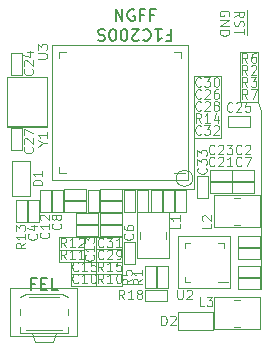
<source format=gbr>
%TF.GenerationSoftware,KiCad,Pcbnew,(5.1.6)-1*%
%TF.CreationDate,2020-09-21T21:17:43+08:00*%
%TF.ProjectId,f1c200s_core,66316332-3030-4735-9f63-6f72652e6b69,rev?*%
%TF.SameCoordinates,Original*%
%TF.FileFunction,Legend,Top*%
%TF.FilePolarity,Positive*%
%FSLAX46Y46*%
G04 Gerber Fmt 4.6, Leading zero omitted, Abs format (unit mm)*
G04 Created by KiCad (PCBNEW (5.1.6)-1) date 2020-09-21 21:17:43*
%MOMM*%
%LPD*%
G01*
G04 APERTURE LIST*
%ADD10C,0.120000*%
%ADD11C,0.150000*%
%ADD12C,0.100000*%
G04 APERTURE END LIST*
D10*
X110665000Y-49924285D02*
X110665000Y-50724285D01*
X109571095Y-50571904D02*
X109952047Y-50305238D01*
X109571095Y-50114761D02*
X110371095Y-50114761D01*
X110371095Y-50419523D01*
X110333000Y-50495714D01*
X110294904Y-50533809D01*
X110218714Y-50571904D01*
X110104428Y-50571904D01*
X110028238Y-50533809D01*
X109990142Y-50495714D01*
X109952047Y-50419523D01*
X109952047Y-50114761D01*
X110665000Y-50724285D02*
X110665000Y-51486190D01*
X109609190Y-50876666D02*
X109571095Y-50990952D01*
X109571095Y-51181428D01*
X109609190Y-51257619D01*
X109647285Y-51295714D01*
X109723476Y-51333809D01*
X109799666Y-51333809D01*
X109875857Y-51295714D01*
X109913952Y-51257619D01*
X109952047Y-51181428D01*
X109990142Y-51029047D01*
X110028238Y-50952857D01*
X110066333Y-50914761D01*
X110142523Y-50876666D01*
X110218714Y-50876666D01*
X110294904Y-50914761D01*
X110333000Y-50952857D01*
X110371095Y-51029047D01*
X110371095Y-51219523D01*
X110333000Y-51333809D01*
X110665000Y-51486190D02*
X110665000Y-52095714D01*
X110371095Y-51562380D02*
X110371095Y-52019523D01*
X109571095Y-51790952D02*
X110371095Y-51790952D01*
X109126500Y-50463976D02*
X109164595Y-50387785D01*
X109164595Y-50273500D01*
X109126500Y-50159214D01*
X109050309Y-50083023D01*
X108974119Y-50044928D01*
X108821738Y-50006833D01*
X108707452Y-50006833D01*
X108555071Y-50044928D01*
X108478880Y-50083023D01*
X108402690Y-50159214D01*
X108364595Y-50273500D01*
X108364595Y-50349690D01*
X108402690Y-50463976D01*
X108440785Y-50502071D01*
X108707452Y-50502071D01*
X108707452Y-50349690D01*
X108364595Y-50844928D02*
X109164595Y-50844928D01*
X108364595Y-51302071D01*
X109164595Y-51302071D01*
X108364595Y-51683023D02*
X109164595Y-51683023D01*
X109164595Y-51873500D01*
X109126500Y-51987785D01*
X109050309Y-52063976D01*
X108974119Y-52102071D01*
X108821738Y-52140166D01*
X108707452Y-52140166D01*
X108555071Y-52102071D01*
X108478880Y-52063976D01*
X108402690Y-51987785D01*
X108364595Y-51873500D01*
X108364595Y-51683023D01*
D11*
X103908095Y-52097428D02*
X104241428Y-52097428D01*
X104241428Y-51573619D02*
X104241428Y-52573619D01*
X103765238Y-52573619D01*
X102860476Y-51573619D02*
X103431904Y-51573619D01*
X103146190Y-51573619D02*
X103146190Y-52573619D01*
X103241428Y-52430761D01*
X103336666Y-52335523D01*
X103431904Y-52287904D01*
X101860476Y-51668857D02*
X101908095Y-51621238D01*
X102050952Y-51573619D01*
X102146190Y-51573619D01*
X102289047Y-51621238D01*
X102384285Y-51716476D01*
X102431904Y-51811714D01*
X102479523Y-52002190D01*
X102479523Y-52145047D01*
X102431904Y-52335523D01*
X102384285Y-52430761D01*
X102289047Y-52526000D01*
X102146190Y-52573619D01*
X102050952Y-52573619D01*
X101908095Y-52526000D01*
X101860476Y-52478380D01*
X101479523Y-52478380D02*
X101431904Y-52526000D01*
X101336666Y-52573619D01*
X101098571Y-52573619D01*
X101003333Y-52526000D01*
X100955714Y-52478380D01*
X100908095Y-52383142D01*
X100908095Y-52287904D01*
X100955714Y-52145047D01*
X101527142Y-51573619D01*
X100908095Y-51573619D01*
X100289047Y-52573619D02*
X100193809Y-52573619D01*
X100098571Y-52526000D01*
X100050952Y-52478380D01*
X100003333Y-52383142D01*
X99955714Y-52192666D01*
X99955714Y-51954571D01*
X100003333Y-51764095D01*
X100050952Y-51668857D01*
X100098571Y-51621238D01*
X100193809Y-51573619D01*
X100289047Y-51573619D01*
X100384285Y-51621238D01*
X100431904Y-51668857D01*
X100479523Y-51764095D01*
X100527142Y-51954571D01*
X100527142Y-52192666D01*
X100479523Y-52383142D01*
X100431904Y-52478380D01*
X100384285Y-52526000D01*
X100289047Y-52573619D01*
X99336666Y-52573619D02*
X99241428Y-52573619D01*
X99146190Y-52526000D01*
X99098571Y-52478380D01*
X99050952Y-52383142D01*
X99003333Y-52192666D01*
X99003333Y-51954571D01*
X99050952Y-51764095D01*
X99098571Y-51668857D01*
X99146190Y-51621238D01*
X99241428Y-51573619D01*
X99336666Y-51573619D01*
X99431904Y-51621238D01*
X99479523Y-51668857D01*
X99527142Y-51764095D01*
X99574761Y-51954571D01*
X99574761Y-52192666D01*
X99527142Y-52383142D01*
X99479523Y-52478380D01*
X99431904Y-52526000D01*
X99336666Y-52573619D01*
X98622380Y-51621238D02*
X98479523Y-51573619D01*
X98241428Y-51573619D01*
X98146190Y-51621238D01*
X98098571Y-51668857D01*
X98050952Y-51764095D01*
X98050952Y-51859333D01*
X98098571Y-51954571D01*
X98146190Y-52002190D01*
X98241428Y-52049809D01*
X98431904Y-52097428D01*
X98527142Y-52145047D01*
X98574761Y-52192666D01*
X98622380Y-52287904D01*
X98622380Y-52383142D01*
X98574761Y-52478380D01*
X98527142Y-52526000D01*
X98431904Y-52573619D01*
X98193809Y-52573619D01*
X98050952Y-52526000D01*
D10*
X106123000Y-65107000D02*
X106123000Y-60789000D01*
X105615000Y-65107000D02*
X106123000Y-65107000D01*
X108409000Y-60789000D02*
X108409000Y-60662000D01*
X106123000Y-60789000D02*
X108409000Y-60789000D01*
X106123000Y-55582000D02*
X106123000Y-60789000D01*
X108409000Y-55582000D02*
X106123000Y-55582000D01*
X108409000Y-55709000D02*
X108409000Y-55582000D01*
X110060000Y-53550000D02*
X111584000Y-53550000D01*
X110060000Y-57741000D02*
X110060000Y-53550000D01*
X111584000Y-57741000D02*
X110060000Y-57741000D01*
X111584000Y-57741000D02*
X111584000Y-53550000D01*
X111838000Y-58503000D02*
X111584000Y-57741000D01*
X111838000Y-73616000D02*
X111838000Y-58503000D01*
X108409000Y-60662000D02*
X108409000Y-55709000D01*
X100154000Y-65107000D02*
X105615000Y-65107000D01*
X100027000Y-70187000D02*
X97868000Y-70187000D01*
X97868000Y-72346000D02*
X100027000Y-72346000D01*
X95709000Y-72346000D02*
X97868000Y-72346000D01*
X94693000Y-70314000D02*
X96852000Y-70314000D01*
X94693000Y-69171000D02*
X96852000Y-69171000D01*
X94693000Y-71330000D02*
X94693000Y-69171000D01*
X95709000Y-71330000D02*
X94693000Y-71330000D01*
X96852000Y-69171000D02*
X96852000Y-71330000D01*
X97868000Y-69171000D02*
X96852000Y-69171000D01*
X97868000Y-71330000D02*
X100027000Y-71330000D01*
X95709000Y-71330000D02*
X97868000Y-71330000D01*
X95709000Y-73362000D02*
X95709000Y-71330000D01*
X97868000Y-73362000D02*
X95709000Y-73362000D01*
X97868000Y-73362000D02*
X100027000Y-73362000D01*
X97868000Y-69171000D02*
X97868000Y-73362000D01*
X100027000Y-69171000D02*
X97868000Y-69171000D01*
X100027000Y-73362000D02*
X100027000Y-69171000D01*
%TO.C,TP2*%
X106061000Y-64218000D02*
G75*
G03*
X106061000Y-64218000I-700000J0D01*
G01*
D12*
%TO.C,R18*%
X102018000Y-73654000D02*
X103878000Y-73654000D01*
X102018000Y-74594000D02*
X102018000Y-73654000D01*
X103878000Y-74594000D02*
X102018000Y-74594000D01*
X103878000Y-73654000D02*
X103878000Y-74594000D01*
%TO.C,D2*%
X104770000Y-75553000D02*
X107730000Y-75553000D01*
X104770000Y-77013000D02*
X104770000Y-75553000D01*
X107730000Y-77013000D02*
X104770000Y-77013000D01*
X107730000Y-75553000D02*
X107730000Y-77013000D01*
D10*
X107735000Y-75548000D02*
X105450000Y-75548000D01*
X107735000Y-77018000D02*
X107735000Y-75548000D01*
X105450000Y-77018000D02*
X107735000Y-77018000D01*
D12*
%TO.C,D1*%
X90788000Y-65698000D02*
X90788000Y-62738000D01*
X92248000Y-65698000D02*
X90788000Y-65698000D01*
X92248000Y-62738000D02*
X92248000Y-65698000D01*
X90788000Y-62738000D02*
X92248000Y-62738000D01*
D10*
X90783000Y-62733000D02*
X90783000Y-65018000D01*
X92253000Y-62733000D02*
X90783000Y-62733000D01*
X92253000Y-65018000D02*
X92253000Y-62733000D01*
%TO.C,SW1*%
X91899000Y-73997000D02*
X94947000Y-73997000D01*
X95455000Y-75267000D02*
X95455000Y-75775000D01*
X91391000Y-75775000D02*
X91391000Y-75267000D01*
D12*
X96273000Y-73489000D02*
X96273000Y-77553000D01*
X96273000Y-77553000D02*
X90573000Y-77553000D01*
X90573000Y-77553000D02*
X90573000Y-73489000D01*
X90573000Y-73489000D02*
X96273000Y-73489000D01*
D10*
X92407000Y-77299000D02*
X92661000Y-78061000D01*
X92661000Y-78061000D02*
X94185000Y-78061000D01*
X94185000Y-78061000D02*
X94439000Y-77299000D01*
X94439000Y-77299000D02*
X95455000Y-77299000D01*
X92407000Y-77299000D02*
X91391000Y-77299000D01*
X91391000Y-77299000D02*
X91391000Y-76791000D01*
X91899000Y-77045000D02*
X94947000Y-77045000D01*
X95455000Y-76791000D02*
X95455000Y-77299000D01*
X91391000Y-74251000D02*
X91899000Y-73997000D01*
X95455000Y-74251000D02*
X94947000Y-73997000D01*
X92153000Y-74251000D02*
X94693000Y-74251000D01*
X92407000Y-77299000D02*
X94439000Y-77299000D01*
%TO.C,Y1*%
X90376000Y-59741000D02*
X93676000Y-59741000D01*
X93676000Y-59741000D02*
X93676000Y-55741000D01*
D12*
X90326000Y-59841000D02*
X93726000Y-59841000D01*
X93726000Y-59841000D02*
X93726000Y-55641000D01*
X93726000Y-55641000D02*
X90326000Y-55641000D01*
X90326000Y-55641000D02*
X90326000Y-59841000D01*
D10*
%TO.C,U3*%
X95300000Y-63780000D02*
X94750000Y-63780000D01*
X94750000Y-63780000D02*
X94750000Y-63230000D01*
X95300000Y-53480000D02*
X94750000Y-53480000D01*
X94750000Y-53480000D02*
X94750000Y-54030000D01*
X104500000Y-53480000D02*
X105050000Y-53480000D01*
X105050000Y-53480000D02*
X105050000Y-54030000D01*
X104500000Y-63780000D02*
X105400000Y-63780000D01*
D12*
X105650000Y-64380000D02*
X94150000Y-64380000D01*
X94150000Y-64380000D02*
X94150000Y-52880000D01*
X94150000Y-52880000D02*
X105650000Y-52880000D01*
X105650000Y-52880000D02*
X105650000Y-64380000D01*
%TO.C,U2*%
X109212000Y-69130000D02*
X109212000Y-73530000D01*
X104812000Y-69130000D02*
X109212000Y-69130000D01*
X104812000Y-73530000D02*
X104812000Y-69130000D01*
X109212000Y-73530000D02*
X104812000Y-73530000D01*
D10*
X108212000Y-72980000D02*
X109012000Y-72980000D01*
X108662000Y-69680000D02*
X108662000Y-70130000D01*
X108212000Y-69680000D02*
X108662000Y-69680000D01*
X105362000Y-69680000D02*
X105362000Y-70130000D01*
X105812000Y-69680000D02*
X105362000Y-69680000D01*
X105362000Y-72980000D02*
X105362000Y-72530000D01*
X105812000Y-72980000D02*
X105362000Y-72980000D01*
D12*
%TO.C,R15*%
X98208000Y-68117000D02*
X98208000Y-67177000D01*
X98208000Y-67177000D02*
X100068000Y-67177000D01*
X100068000Y-67177000D02*
X100068000Y-68117000D01*
X100068000Y-68117000D02*
X98208000Y-68117000D01*
%TO.C,R14*%
X103494000Y-65193000D02*
X104434000Y-65193000D01*
X104434000Y-65193000D02*
X104434000Y-67053000D01*
X104434000Y-67053000D02*
X103494000Y-67053000D01*
X103494000Y-67053000D02*
X103494000Y-65193000D01*
%TO.C,R13*%
X91048000Y-66082000D02*
X91988000Y-66082000D01*
X91988000Y-66082000D02*
X91988000Y-67942000D01*
X91988000Y-67942000D02*
X91048000Y-67942000D01*
X91048000Y-67942000D02*
X91048000Y-66082000D01*
%TO.C,R12*%
X95160000Y-66085000D02*
X95160000Y-65145000D01*
X95160000Y-65145000D02*
X97020000Y-65145000D01*
X97020000Y-65145000D02*
X97020000Y-66085000D01*
X97020000Y-66085000D02*
X95160000Y-66085000D01*
%TO.C,R11*%
X97020000Y-66161000D02*
X97020000Y-67101000D01*
X97020000Y-67101000D02*
X95160000Y-67101000D01*
X95160000Y-67101000D02*
X95160000Y-66161000D01*
X95160000Y-66161000D02*
X97020000Y-66161000D01*
%TO.C,R10*%
X98208000Y-69133000D02*
X98208000Y-68193000D01*
X98208000Y-68193000D02*
X100068000Y-68193000D01*
X100068000Y-68193000D02*
X100068000Y-69133000D01*
X100068000Y-69133000D02*
X98208000Y-69133000D01*
%TO.C,R7*%
X109892000Y-73578000D02*
X109892000Y-72638000D01*
X109892000Y-72638000D02*
X111752000Y-72638000D01*
X111752000Y-72638000D02*
X111752000Y-73578000D01*
X111752000Y-73578000D02*
X109892000Y-73578000D01*
%TO.C,R6*%
X109892000Y-70022000D02*
X109892000Y-69082000D01*
X109892000Y-69082000D02*
X111752000Y-69082000D01*
X111752000Y-69082000D02*
X111752000Y-70022000D01*
X111752000Y-70022000D02*
X109892000Y-70022000D01*
%TO.C,R5*%
X101970000Y-71670000D02*
X102910000Y-71670000D01*
X102910000Y-71670000D02*
X102910000Y-73530000D01*
X102910000Y-73530000D02*
X101970000Y-73530000D01*
X101970000Y-73530000D02*
X101970000Y-71670000D01*
%TO.C,R3*%
X111752000Y-71622000D02*
X111752000Y-72562000D01*
X111752000Y-72562000D02*
X109892000Y-72562000D01*
X109892000Y-72562000D02*
X109892000Y-71622000D01*
X109892000Y-71622000D02*
X111752000Y-71622000D01*
%TO.C,R2*%
X111752000Y-70098000D02*
X111752000Y-71038000D01*
X111752000Y-71038000D02*
X109892000Y-71038000D01*
X109892000Y-71038000D02*
X109892000Y-70098000D01*
X109892000Y-70098000D02*
X111752000Y-70098000D01*
%TO.C,R1*%
X103926000Y-73530000D02*
X102986000Y-73530000D01*
X102986000Y-73530000D02*
X102986000Y-71670000D01*
X102986000Y-71670000D02*
X103926000Y-71670000D01*
X103926000Y-71670000D02*
X103926000Y-73530000D01*
D10*
%TO.C,L3*%
X110067252Y-76758000D02*
X109544748Y-76758000D01*
X110067252Y-74538000D02*
X109544748Y-74538000D01*
D12*
X111756000Y-74298000D02*
X111756000Y-76998000D01*
X111756000Y-76998000D02*
X107856000Y-76998000D01*
X107856000Y-76998000D02*
X107856000Y-74298000D01*
X107856000Y-74298000D02*
X111756000Y-74298000D01*
D10*
%TO.C,L2*%
X110067252Y-68122000D02*
X109544748Y-68122000D01*
X110067252Y-65902000D02*
X109544748Y-65902000D01*
D12*
X111756000Y-65662000D02*
X111756000Y-68362000D01*
X111756000Y-68362000D02*
X107856000Y-68362000D01*
X107856000Y-68362000D02*
X107856000Y-65662000D01*
X107856000Y-65662000D02*
X111756000Y-65662000D01*
D10*
%TO.C,L1*%
X101584000Y-69305252D02*
X101584000Y-68782748D01*
X103804000Y-69305252D02*
X103804000Y-68782748D01*
D12*
X104044000Y-70994000D02*
X101344000Y-70994000D01*
X101344000Y-70994000D02*
X101344000Y-67094000D01*
X101344000Y-67094000D02*
X104044000Y-67094000D01*
X104044000Y-67094000D02*
X104044000Y-70994000D01*
%TO.C,C33*%
X106415000Y-64050000D02*
X107355000Y-64050000D01*
X107355000Y-64050000D02*
X107355000Y-65910000D01*
X107355000Y-65910000D02*
X106415000Y-65910000D01*
X106415000Y-65910000D02*
X106415000Y-64050000D01*
%TO.C,C32*%
X104510000Y-65193000D02*
X105450000Y-65193000D01*
X105450000Y-65193000D02*
X105450000Y-67053000D01*
X105450000Y-67053000D02*
X104510000Y-67053000D01*
X104510000Y-67053000D02*
X104510000Y-65193000D01*
%TO.C,C31*%
X100068000Y-65145000D02*
X100068000Y-66085000D01*
X100068000Y-66085000D02*
X98208000Y-66085000D01*
X98208000Y-66085000D02*
X98208000Y-65145000D01*
X98208000Y-65145000D02*
X100068000Y-65145000D01*
%TO.C,C30*%
X100192000Y-65193000D02*
X101132000Y-65193000D01*
X101132000Y-65193000D02*
X101132000Y-67053000D01*
X101132000Y-67053000D02*
X100192000Y-67053000D01*
X100192000Y-67053000D02*
X100192000Y-65193000D01*
%TO.C,C29*%
X100068000Y-66161000D02*
X100068000Y-67101000D01*
X100068000Y-67101000D02*
X98208000Y-67101000D01*
X98208000Y-67101000D02*
X98208000Y-66161000D01*
X98208000Y-66161000D02*
X100068000Y-66161000D01*
%TO.C,C28*%
X102478000Y-65193000D02*
X103418000Y-65193000D01*
X103418000Y-65193000D02*
X103418000Y-67053000D01*
X103418000Y-67053000D02*
X102478000Y-67053000D01*
X102478000Y-67053000D02*
X102478000Y-65193000D01*
%TO.C,C27*%
X91607000Y-61846000D02*
X90667000Y-61846000D01*
X90667000Y-61846000D02*
X90667000Y-59986000D01*
X90667000Y-59986000D02*
X91607000Y-59986000D01*
X91607000Y-59986000D02*
X91607000Y-61846000D01*
%TO.C,C26*%
X101335000Y-65193000D02*
X102275000Y-65193000D01*
X102275000Y-65193000D02*
X102275000Y-67053000D01*
X102275000Y-67053000D02*
X101335000Y-67053000D01*
X101335000Y-67053000D02*
X101335000Y-65193000D01*
%TO.C,C25*%
X109003000Y-59862000D02*
X109003000Y-58922000D01*
X109003000Y-58922000D02*
X110863000Y-58922000D01*
X110863000Y-58922000D02*
X110863000Y-59862000D01*
X110863000Y-59862000D02*
X109003000Y-59862000D01*
%TO.C,C24*%
X91607000Y-55496000D02*
X90667000Y-55496000D01*
X90667000Y-55496000D02*
X90667000Y-53636000D01*
X90667000Y-53636000D02*
X91607000Y-53636000D01*
X91607000Y-53636000D02*
X91607000Y-55496000D01*
%TO.C,C23*%
X107479000Y-64434000D02*
X107479000Y-63494000D01*
X107479000Y-63494000D02*
X109339000Y-63494000D01*
X109339000Y-63494000D02*
X109339000Y-64434000D01*
X109339000Y-64434000D02*
X107479000Y-64434000D01*
%TO.C,C21*%
X107479000Y-65450000D02*
X107479000Y-64510000D01*
X107479000Y-64510000D02*
X109339000Y-64510000D01*
X109339000Y-64510000D02*
X109339000Y-65450000D01*
X109339000Y-65450000D02*
X107479000Y-65450000D01*
%TO.C,C15*%
X96176000Y-68117000D02*
X96176000Y-67177000D01*
X96176000Y-67177000D02*
X98036000Y-67177000D01*
X98036000Y-67177000D02*
X98036000Y-68117000D01*
X98036000Y-68117000D02*
X96176000Y-68117000D01*
%TO.C,C13*%
X97144000Y-65193000D02*
X98084000Y-65193000D01*
X98084000Y-65193000D02*
X98084000Y-67053000D01*
X98084000Y-67053000D02*
X97144000Y-67053000D01*
X97144000Y-67053000D02*
X97144000Y-65193000D01*
%TO.C,C12*%
X93080000Y-65193000D02*
X94020000Y-65193000D01*
X94020000Y-65193000D02*
X94020000Y-67053000D01*
X94020000Y-67053000D02*
X93080000Y-67053000D01*
X93080000Y-67053000D02*
X93080000Y-65193000D01*
%TO.C,C10*%
X96176000Y-69133000D02*
X96176000Y-68193000D01*
X96176000Y-68193000D02*
X98036000Y-68193000D01*
X98036000Y-68193000D02*
X98036000Y-69133000D01*
X98036000Y-69133000D02*
X96176000Y-69133000D01*
%TO.C,C8*%
X94096000Y-65193000D02*
X95036000Y-65193000D01*
X95036000Y-65193000D02*
X95036000Y-67053000D01*
X95036000Y-67053000D02*
X94096000Y-67053000D01*
X94096000Y-67053000D02*
X94096000Y-65193000D01*
%TO.C,C7*%
X111244000Y-64510000D02*
X111244000Y-65450000D01*
X111244000Y-65450000D02*
X109384000Y-65450000D01*
X109384000Y-65450000D02*
X109384000Y-64510000D01*
X109384000Y-64510000D02*
X111244000Y-64510000D01*
%TO.C,C6*%
X100192000Y-69638000D02*
X101132000Y-69638000D01*
X101132000Y-69638000D02*
X101132000Y-71498000D01*
X101132000Y-71498000D02*
X100192000Y-71498000D01*
X100192000Y-71498000D02*
X100192000Y-69638000D01*
%TO.C,C4*%
X93004000Y-67942000D02*
X92064000Y-67942000D01*
X92064000Y-67942000D02*
X92064000Y-66082000D01*
X92064000Y-66082000D02*
X93004000Y-66082000D01*
X93004000Y-66082000D02*
X93004000Y-67942000D01*
%TO.C,C2*%
X109384000Y-64434000D02*
X109384000Y-63494000D01*
X109384000Y-63494000D02*
X111244000Y-63494000D01*
X111244000Y-63494000D02*
X111244000Y-64434000D01*
X111244000Y-64434000D02*
X109384000Y-64434000D01*
%TO.C,NGFF*%
D11*
X99527142Y-50890880D02*
X99527142Y-49890880D01*
X100098571Y-50890880D01*
X100098571Y-49890880D01*
X101098571Y-49938500D02*
X101003333Y-49890880D01*
X100860476Y-49890880D01*
X100717619Y-49938500D01*
X100622380Y-50033738D01*
X100574761Y-50128976D01*
X100527142Y-50319452D01*
X100527142Y-50462309D01*
X100574761Y-50652785D01*
X100622380Y-50748023D01*
X100717619Y-50843261D01*
X100860476Y-50890880D01*
X100955714Y-50890880D01*
X101098571Y-50843261D01*
X101146190Y-50795642D01*
X101146190Y-50462309D01*
X100955714Y-50462309D01*
X101908095Y-50367071D02*
X101574761Y-50367071D01*
X101574761Y-50890880D02*
X101574761Y-49890880D01*
X102050952Y-49890880D01*
X102765238Y-50367071D02*
X102431904Y-50367071D01*
X102431904Y-50890880D02*
X102431904Y-49890880D01*
X102908095Y-49890880D01*
%TO.C,R18*%
D10*
X100255714Y-74431904D02*
X99989047Y-74050952D01*
X99798571Y-74431904D02*
X99798571Y-73631904D01*
X100103333Y-73631904D01*
X100179523Y-73670000D01*
X100217619Y-73708095D01*
X100255714Y-73784285D01*
X100255714Y-73898571D01*
X100217619Y-73974761D01*
X100179523Y-74012857D01*
X100103333Y-74050952D01*
X99798571Y-74050952D01*
X101017619Y-74431904D02*
X100560476Y-74431904D01*
X100789047Y-74431904D02*
X100789047Y-73631904D01*
X100712857Y-73746190D01*
X100636666Y-73822380D01*
X100560476Y-73860476D01*
X101474761Y-73974761D02*
X101398571Y-73936666D01*
X101360476Y-73898571D01*
X101322380Y-73822380D01*
X101322380Y-73784285D01*
X101360476Y-73708095D01*
X101398571Y-73670000D01*
X101474761Y-73631904D01*
X101627142Y-73631904D01*
X101703333Y-73670000D01*
X101741428Y-73708095D01*
X101779523Y-73784285D01*
X101779523Y-73822380D01*
X101741428Y-73898571D01*
X101703333Y-73936666D01*
X101627142Y-73974761D01*
X101474761Y-73974761D01*
X101398571Y-74012857D01*
X101360476Y-74050952D01*
X101322380Y-74127142D01*
X101322380Y-74279523D01*
X101360476Y-74355714D01*
X101398571Y-74393809D01*
X101474761Y-74431904D01*
X101627142Y-74431904D01*
X101703333Y-74393809D01*
X101741428Y-74355714D01*
X101779523Y-74279523D01*
X101779523Y-74127142D01*
X101741428Y-74050952D01*
X101703333Y-74012857D01*
X101627142Y-73974761D01*
%TO.C,D2*%
X103379523Y-76631904D02*
X103379523Y-75831904D01*
X103570000Y-75831904D01*
X103684285Y-75870000D01*
X103760476Y-75946190D01*
X103798571Y-76022380D01*
X103836666Y-76174761D01*
X103836666Y-76289047D01*
X103798571Y-76441428D01*
X103760476Y-76517619D01*
X103684285Y-76593809D01*
X103570000Y-76631904D01*
X103379523Y-76631904D01*
X104141428Y-75908095D02*
X104179523Y-75870000D01*
X104255714Y-75831904D01*
X104446190Y-75831904D01*
X104522380Y-75870000D01*
X104560476Y-75908095D01*
X104598571Y-75984285D01*
X104598571Y-76060476D01*
X104560476Y-76174761D01*
X104103333Y-76631904D01*
X104598571Y-76631904D01*
%TO.C,D1*%
X93309904Y-64808476D02*
X92509904Y-64808476D01*
X92509904Y-64618000D01*
X92548000Y-64503714D01*
X92624190Y-64427523D01*
X92700380Y-64389428D01*
X92852761Y-64351333D01*
X92967047Y-64351333D01*
X93119428Y-64389428D01*
X93195619Y-64427523D01*
X93271809Y-64503714D01*
X93309904Y-64618000D01*
X93309904Y-64808476D01*
X93309904Y-63589428D02*
X93309904Y-64046571D01*
X93309904Y-63818000D02*
X92509904Y-63818000D01*
X92624190Y-63894190D01*
X92700380Y-63970380D01*
X92738476Y-64046571D01*
%TO.C,SW1*%
D11*
X92708714Y-73163571D02*
X92375380Y-73163571D01*
X92375380Y-73687380D02*
X92375380Y-72687380D01*
X92851571Y-72687380D01*
X93232523Y-73163571D02*
X93565857Y-73163571D01*
X93708714Y-73687380D02*
X93232523Y-73687380D01*
X93232523Y-72687380D01*
X93708714Y-72687380D01*
X94613476Y-73687380D02*
X94137285Y-73687380D01*
X94137285Y-72687380D01*
%TO.C,Y1*%
D10*
X93350952Y-61250952D02*
X93731904Y-61250952D01*
X92931904Y-61517619D02*
X93350952Y-61250952D01*
X92931904Y-60984285D01*
X93731904Y-60298571D02*
X93731904Y-60755714D01*
X93731904Y-60527142D02*
X92931904Y-60527142D01*
X93046190Y-60603333D01*
X93122380Y-60679523D01*
X93160476Y-60755714D01*
%TO.C,U3*%
X92931904Y-54079523D02*
X93579523Y-54079523D01*
X93655714Y-54041428D01*
X93693809Y-54003333D01*
X93731904Y-53927142D01*
X93731904Y-53774761D01*
X93693809Y-53698571D01*
X93655714Y-53660476D01*
X93579523Y-53622380D01*
X92931904Y-53622380D01*
X92931904Y-53317619D02*
X92931904Y-52822380D01*
X93236666Y-53089047D01*
X93236666Y-52974761D01*
X93274761Y-52898571D01*
X93312857Y-52860476D01*
X93389047Y-52822380D01*
X93579523Y-52822380D01*
X93655714Y-52860476D01*
X93693809Y-52898571D01*
X93731904Y-52974761D01*
X93731904Y-53203333D01*
X93693809Y-53279523D01*
X93655714Y-53317619D01*
%TO.C,U2*%
X104760476Y-73631904D02*
X104760476Y-74279523D01*
X104798571Y-74355714D01*
X104836666Y-74393809D01*
X104912857Y-74431904D01*
X105065238Y-74431904D01*
X105141428Y-74393809D01*
X105179523Y-74355714D01*
X105217619Y-74279523D01*
X105217619Y-73631904D01*
X105560476Y-73708095D02*
X105598571Y-73670000D01*
X105674761Y-73631904D01*
X105865238Y-73631904D01*
X105941428Y-73670000D01*
X105979523Y-73708095D01*
X106017619Y-73784285D01*
X106017619Y-73860476D01*
X105979523Y-73974761D01*
X105522380Y-74431904D01*
X106017619Y-74431904D01*
%TO.C,R15*%
X98496714Y-72072904D02*
X98230047Y-71691952D01*
X98039571Y-72072904D02*
X98039571Y-71272904D01*
X98344333Y-71272904D01*
X98420523Y-71311000D01*
X98458619Y-71349095D01*
X98496714Y-71425285D01*
X98496714Y-71539571D01*
X98458619Y-71615761D01*
X98420523Y-71653857D01*
X98344333Y-71691952D01*
X98039571Y-71691952D01*
X99258619Y-72072904D02*
X98801476Y-72072904D01*
X99030047Y-72072904D02*
X99030047Y-71272904D01*
X98953857Y-71387190D01*
X98877666Y-71463380D01*
X98801476Y-71501476D01*
X99982428Y-71272904D02*
X99601476Y-71272904D01*
X99563380Y-71653857D01*
X99601476Y-71615761D01*
X99677666Y-71577666D01*
X99868142Y-71577666D01*
X99944333Y-71615761D01*
X99982428Y-71653857D01*
X100020523Y-71730047D01*
X100020523Y-71920523D01*
X99982428Y-71996714D01*
X99944333Y-72034809D01*
X99868142Y-72072904D01*
X99677666Y-72072904D01*
X99601476Y-72034809D01*
X99563380Y-71996714D01*
%TO.C,R14*%
X106751714Y-59499904D02*
X106485047Y-59118952D01*
X106294571Y-59499904D02*
X106294571Y-58699904D01*
X106599333Y-58699904D01*
X106675523Y-58738000D01*
X106713619Y-58776095D01*
X106751714Y-58852285D01*
X106751714Y-58966571D01*
X106713619Y-59042761D01*
X106675523Y-59080857D01*
X106599333Y-59118952D01*
X106294571Y-59118952D01*
X107513619Y-59499904D02*
X107056476Y-59499904D01*
X107285047Y-59499904D02*
X107285047Y-58699904D01*
X107208857Y-58814190D01*
X107132666Y-58890380D01*
X107056476Y-58928476D01*
X108199333Y-58966571D02*
X108199333Y-59499904D01*
X108008857Y-58661809D02*
X107818380Y-59233238D01*
X108313619Y-59233238D01*
%TO.C,R13*%
X91879904Y-69685285D02*
X91498952Y-69951952D01*
X91879904Y-70142428D02*
X91079904Y-70142428D01*
X91079904Y-69837666D01*
X91118000Y-69761476D01*
X91156095Y-69723380D01*
X91232285Y-69685285D01*
X91346571Y-69685285D01*
X91422761Y-69723380D01*
X91460857Y-69761476D01*
X91498952Y-69837666D01*
X91498952Y-70142428D01*
X91879904Y-68923380D02*
X91879904Y-69380523D01*
X91879904Y-69151952D02*
X91079904Y-69151952D01*
X91194190Y-69228142D01*
X91270380Y-69304333D01*
X91308476Y-69380523D01*
X91079904Y-68656714D02*
X91079904Y-68161476D01*
X91384666Y-68428142D01*
X91384666Y-68313857D01*
X91422761Y-68237666D01*
X91460857Y-68199571D01*
X91537047Y-68161476D01*
X91727523Y-68161476D01*
X91803714Y-68199571D01*
X91841809Y-68237666D01*
X91879904Y-68313857D01*
X91879904Y-68542428D01*
X91841809Y-68618619D01*
X91803714Y-68656714D01*
%TO.C,R12*%
X95321714Y-70040904D02*
X95055047Y-69659952D01*
X94864571Y-70040904D02*
X94864571Y-69240904D01*
X95169333Y-69240904D01*
X95245523Y-69279000D01*
X95283619Y-69317095D01*
X95321714Y-69393285D01*
X95321714Y-69507571D01*
X95283619Y-69583761D01*
X95245523Y-69621857D01*
X95169333Y-69659952D01*
X94864571Y-69659952D01*
X96083619Y-70040904D02*
X95626476Y-70040904D01*
X95855047Y-70040904D02*
X95855047Y-69240904D01*
X95778857Y-69355190D01*
X95702666Y-69431380D01*
X95626476Y-69469476D01*
X96388380Y-69317095D02*
X96426476Y-69279000D01*
X96502666Y-69240904D01*
X96693142Y-69240904D01*
X96769333Y-69279000D01*
X96807428Y-69317095D01*
X96845523Y-69393285D01*
X96845523Y-69469476D01*
X96807428Y-69583761D01*
X96350285Y-70040904D01*
X96845523Y-70040904D01*
%TO.C,R11*%
X95321714Y-71056904D02*
X95055047Y-70675952D01*
X94864571Y-71056904D02*
X94864571Y-70256904D01*
X95169333Y-70256904D01*
X95245523Y-70295000D01*
X95283619Y-70333095D01*
X95321714Y-70409285D01*
X95321714Y-70523571D01*
X95283619Y-70599761D01*
X95245523Y-70637857D01*
X95169333Y-70675952D01*
X94864571Y-70675952D01*
X96083619Y-71056904D02*
X95626476Y-71056904D01*
X95855047Y-71056904D02*
X95855047Y-70256904D01*
X95778857Y-70371190D01*
X95702666Y-70447380D01*
X95626476Y-70485476D01*
X96845523Y-71056904D02*
X96388380Y-71056904D01*
X96616952Y-71056904D02*
X96616952Y-70256904D01*
X96540761Y-70371190D01*
X96464571Y-70447380D01*
X96388380Y-70485476D01*
%TO.C,R10*%
X98496714Y-73088904D02*
X98230047Y-72707952D01*
X98039571Y-73088904D02*
X98039571Y-72288904D01*
X98344333Y-72288904D01*
X98420523Y-72327000D01*
X98458619Y-72365095D01*
X98496714Y-72441285D01*
X98496714Y-72555571D01*
X98458619Y-72631761D01*
X98420523Y-72669857D01*
X98344333Y-72707952D01*
X98039571Y-72707952D01*
X99258619Y-73088904D02*
X98801476Y-73088904D01*
X99030047Y-73088904D02*
X99030047Y-72288904D01*
X98953857Y-72403190D01*
X98877666Y-72479380D01*
X98801476Y-72517476D01*
X99753857Y-72288904D02*
X99830047Y-72288904D01*
X99906238Y-72327000D01*
X99944333Y-72365095D01*
X99982428Y-72441285D01*
X100020523Y-72593666D01*
X100020523Y-72784142D01*
X99982428Y-72936523D01*
X99944333Y-73012714D01*
X99906238Y-73050809D01*
X99830047Y-73088904D01*
X99753857Y-73088904D01*
X99677666Y-73050809D01*
X99639571Y-73012714D01*
X99601476Y-72936523D01*
X99563380Y-72784142D01*
X99563380Y-72593666D01*
X99601476Y-72441285D01*
X99639571Y-72365095D01*
X99677666Y-72327000D01*
X99753857Y-72288904D01*
%TO.C,R7*%
X110688666Y-57467904D02*
X110422000Y-57086952D01*
X110231523Y-57467904D02*
X110231523Y-56667904D01*
X110536285Y-56667904D01*
X110612476Y-56706000D01*
X110650571Y-56744095D01*
X110688666Y-56820285D01*
X110688666Y-56934571D01*
X110650571Y-57010761D01*
X110612476Y-57048857D01*
X110536285Y-57086952D01*
X110231523Y-57086952D01*
X110955333Y-56667904D02*
X111488666Y-56667904D01*
X111145809Y-57467904D01*
%TO.C,R6*%
X110688666Y-54419904D02*
X110422000Y-54038952D01*
X110231523Y-54419904D02*
X110231523Y-53619904D01*
X110536285Y-53619904D01*
X110612476Y-53658000D01*
X110650571Y-53696095D01*
X110688666Y-53772285D01*
X110688666Y-53886571D01*
X110650571Y-53962761D01*
X110612476Y-54000857D01*
X110536285Y-54038952D01*
X110231523Y-54038952D01*
X111374380Y-53619904D02*
X111222000Y-53619904D01*
X111145809Y-53658000D01*
X111107714Y-53696095D01*
X111031523Y-53810380D01*
X110993428Y-53962761D01*
X110993428Y-54267523D01*
X111031523Y-54343714D01*
X111069619Y-54381809D01*
X111145809Y-54419904D01*
X111298190Y-54419904D01*
X111374380Y-54381809D01*
X111412476Y-54343714D01*
X111450571Y-54267523D01*
X111450571Y-54077047D01*
X111412476Y-54000857D01*
X111374380Y-53962761D01*
X111298190Y-53924666D01*
X111145809Y-53924666D01*
X111069619Y-53962761D01*
X111031523Y-54000857D01*
X110993428Y-54077047D01*
%TO.C,R5*%
X100896904Y-72733333D02*
X100515952Y-73000000D01*
X100896904Y-73190476D02*
X100096904Y-73190476D01*
X100096904Y-72885714D01*
X100135000Y-72809523D01*
X100173095Y-72771428D01*
X100249285Y-72733333D01*
X100363571Y-72733333D01*
X100439761Y-72771428D01*
X100477857Y-72809523D01*
X100515952Y-72885714D01*
X100515952Y-73190476D01*
X100096904Y-72009523D02*
X100096904Y-72390476D01*
X100477857Y-72428571D01*
X100439761Y-72390476D01*
X100401666Y-72314285D01*
X100401666Y-72123809D01*
X100439761Y-72047619D01*
X100477857Y-72009523D01*
X100554047Y-71971428D01*
X100744523Y-71971428D01*
X100820714Y-72009523D01*
X100858809Y-72047619D01*
X100896904Y-72123809D01*
X100896904Y-72314285D01*
X100858809Y-72390476D01*
X100820714Y-72428571D01*
%TO.C,R3*%
X110688666Y-56451904D02*
X110422000Y-56070952D01*
X110231523Y-56451904D02*
X110231523Y-55651904D01*
X110536285Y-55651904D01*
X110612476Y-55690000D01*
X110650571Y-55728095D01*
X110688666Y-55804285D01*
X110688666Y-55918571D01*
X110650571Y-55994761D01*
X110612476Y-56032857D01*
X110536285Y-56070952D01*
X110231523Y-56070952D01*
X110955333Y-55651904D02*
X111450571Y-55651904D01*
X111183904Y-55956666D01*
X111298190Y-55956666D01*
X111374380Y-55994761D01*
X111412476Y-56032857D01*
X111450571Y-56109047D01*
X111450571Y-56299523D01*
X111412476Y-56375714D01*
X111374380Y-56413809D01*
X111298190Y-56451904D01*
X111069619Y-56451904D01*
X110993428Y-56413809D01*
X110955333Y-56375714D01*
%TO.C,R2*%
X110688666Y-55435904D02*
X110422000Y-55054952D01*
X110231523Y-55435904D02*
X110231523Y-54635904D01*
X110536285Y-54635904D01*
X110612476Y-54674000D01*
X110650571Y-54712095D01*
X110688666Y-54788285D01*
X110688666Y-54902571D01*
X110650571Y-54978761D01*
X110612476Y-55016857D01*
X110536285Y-55054952D01*
X110231523Y-55054952D01*
X110993428Y-54712095D02*
X111031523Y-54674000D01*
X111107714Y-54635904D01*
X111298190Y-54635904D01*
X111374380Y-54674000D01*
X111412476Y-54712095D01*
X111450571Y-54788285D01*
X111450571Y-54864476D01*
X111412476Y-54978761D01*
X110955333Y-55435904D01*
X111450571Y-55435904D01*
%TO.C,R1*%
X101785904Y-72733333D02*
X101404952Y-73000000D01*
X101785904Y-73190476D02*
X100985904Y-73190476D01*
X100985904Y-72885714D01*
X101024000Y-72809523D01*
X101062095Y-72771428D01*
X101138285Y-72733333D01*
X101252571Y-72733333D01*
X101328761Y-72771428D01*
X101366857Y-72809523D01*
X101404952Y-72885714D01*
X101404952Y-73190476D01*
X101785904Y-71971428D02*
X101785904Y-72428571D01*
X101785904Y-72200000D02*
X100985904Y-72200000D01*
X101100190Y-72276190D01*
X101176380Y-72352380D01*
X101214476Y-72428571D01*
%TO.C,L3*%
X107036666Y-75031904D02*
X106655714Y-75031904D01*
X106655714Y-74231904D01*
X107227142Y-74231904D02*
X107722380Y-74231904D01*
X107455714Y-74536666D01*
X107570000Y-74536666D01*
X107646190Y-74574761D01*
X107684285Y-74612857D01*
X107722380Y-74689047D01*
X107722380Y-74879523D01*
X107684285Y-74955714D01*
X107646190Y-74993809D01*
X107570000Y-75031904D01*
X107341428Y-75031904D01*
X107265238Y-74993809D01*
X107227142Y-74955714D01*
%TO.C,L2*%
X107627904Y-68034333D02*
X107627904Y-68415285D01*
X106827904Y-68415285D01*
X106904095Y-67805761D02*
X106866000Y-67767666D01*
X106827904Y-67691476D01*
X106827904Y-67501000D01*
X106866000Y-67424809D01*
X106904095Y-67386714D01*
X106980285Y-67348619D01*
X107056476Y-67348619D01*
X107170761Y-67386714D01*
X107627904Y-67843857D01*
X107627904Y-67348619D01*
%TO.C,L1*%
X104960904Y-68034333D02*
X104960904Y-68415285D01*
X104160904Y-68415285D01*
X104960904Y-67348619D02*
X104960904Y-67805761D01*
X104960904Y-67577190D02*
X104160904Y-67577190D01*
X104275190Y-67653380D01*
X104351380Y-67729571D01*
X104389476Y-67805761D01*
%TO.C,C33*%
X107170714Y-63335285D02*
X107208809Y-63373380D01*
X107246904Y-63487666D01*
X107246904Y-63563857D01*
X107208809Y-63678142D01*
X107132619Y-63754333D01*
X107056428Y-63792428D01*
X106904047Y-63830523D01*
X106789761Y-63830523D01*
X106637380Y-63792428D01*
X106561190Y-63754333D01*
X106485000Y-63678142D01*
X106446904Y-63563857D01*
X106446904Y-63487666D01*
X106485000Y-63373380D01*
X106523095Y-63335285D01*
X106446904Y-63068619D02*
X106446904Y-62573380D01*
X106751666Y-62840047D01*
X106751666Y-62725761D01*
X106789761Y-62649571D01*
X106827857Y-62611476D01*
X106904047Y-62573380D01*
X107094523Y-62573380D01*
X107170714Y-62611476D01*
X107208809Y-62649571D01*
X107246904Y-62725761D01*
X107246904Y-62954333D01*
X107208809Y-63030523D01*
X107170714Y-63068619D01*
X106446904Y-62306714D02*
X106446904Y-61811476D01*
X106751666Y-62078142D01*
X106751666Y-61963857D01*
X106789761Y-61887666D01*
X106827857Y-61849571D01*
X106904047Y-61811476D01*
X107094523Y-61811476D01*
X107170714Y-61849571D01*
X107208809Y-61887666D01*
X107246904Y-61963857D01*
X107246904Y-62192428D01*
X107208809Y-62268619D01*
X107170714Y-62306714D01*
%TO.C,C32*%
X106751714Y-60439714D02*
X106713619Y-60477809D01*
X106599333Y-60515904D01*
X106523142Y-60515904D01*
X106408857Y-60477809D01*
X106332666Y-60401619D01*
X106294571Y-60325428D01*
X106256476Y-60173047D01*
X106256476Y-60058761D01*
X106294571Y-59906380D01*
X106332666Y-59830190D01*
X106408857Y-59754000D01*
X106523142Y-59715904D01*
X106599333Y-59715904D01*
X106713619Y-59754000D01*
X106751714Y-59792095D01*
X107018380Y-59715904D02*
X107513619Y-59715904D01*
X107246952Y-60020666D01*
X107361238Y-60020666D01*
X107437428Y-60058761D01*
X107475523Y-60096857D01*
X107513619Y-60173047D01*
X107513619Y-60363523D01*
X107475523Y-60439714D01*
X107437428Y-60477809D01*
X107361238Y-60515904D01*
X107132666Y-60515904D01*
X107056476Y-60477809D01*
X107018380Y-60439714D01*
X107818380Y-59792095D02*
X107856476Y-59754000D01*
X107932666Y-59715904D01*
X108123142Y-59715904D01*
X108199333Y-59754000D01*
X108237428Y-59792095D01*
X108275523Y-59868285D01*
X108275523Y-59944476D01*
X108237428Y-60058761D01*
X107780285Y-60515904D01*
X108275523Y-60515904D01*
%TO.C,C31*%
X98496714Y-69964714D02*
X98458619Y-70002809D01*
X98344333Y-70040904D01*
X98268142Y-70040904D01*
X98153857Y-70002809D01*
X98077666Y-69926619D01*
X98039571Y-69850428D01*
X98001476Y-69698047D01*
X98001476Y-69583761D01*
X98039571Y-69431380D01*
X98077666Y-69355190D01*
X98153857Y-69279000D01*
X98268142Y-69240904D01*
X98344333Y-69240904D01*
X98458619Y-69279000D01*
X98496714Y-69317095D01*
X98763380Y-69240904D02*
X99258619Y-69240904D01*
X98991952Y-69545666D01*
X99106238Y-69545666D01*
X99182428Y-69583761D01*
X99220523Y-69621857D01*
X99258619Y-69698047D01*
X99258619Y-69888523D01*
X99220523Y-69964714D01*
X99182428Y-70002809D01*
X99106238Y-70040904D01*
X98877666Y-70040904D01*
X98801476Y-70002809D01*
X98763380Y-69964714D01*
X100020523Y-70040904D02*
X99563380Y-70040904D01*
X99791952Y-70040904D02*
X99791952Y-69240904D01*
X99715761Y-69355190D01*
X99639571Y-69431380D01*
X99563380Y-69469476D01*
%TO.C,C30*%
X106751714Y-56375714D02*
X106713619Y-56413809D01*
X106599333Y-56451904D01*
X106523142Y-56451904D01*
X106408857Y-56413809D01*
X106332666Y-56337619D01*
X106294571Y-56261428D01*
X106256476Y-56109047D01*
X106256476Y-55994761D01*
X106294571Y-55842380D01*
X106332666Y-55766190D01*
X106408857Y-55690000D01*
X106523142Y-55651904D01*
X106599333Y-55651904D01*
X106713619Y-55690000D01*
X106751714Y-55728095D01*
X107018380Y-55651904D02*
X107513619Y-55651904D01*
X107246952Y-55956666D01*
X107361238Y-55956666D01*
X107437428Y-55994761D01*
X107475523Y-56032857D01*
X107513619Y-56109047D01*
X107513619Y-56299523D01*
X107475523Y-56375714D01*
X107437428Y-56413809D01*
X107361238Y-56451904D01*
X107132666Y-56451904D01*
X107056476Y-56413809D01*
X107018380Y-56375714D01*
X108008857Y-55651904D02*
X108085047Y-55651904D01*
X108161238Y-55690000D01*
X108199333Y-55728095D01*
X108237428Y-55804285D01*
X108275523Y-55956666D01*
X108275523Y-56147142D01*
X108237428Y-56299523D01*
X108199333Y-56375714D01*
X108161238Y-56413809D01*
X108085047Y-56451904D01*
X108008857Y-56451904D01*
X107932666Y-56413809D01*
X107894571Y-56375714D01*
X107856476Y-56299523D01*
X107818380Y-56147142D01*
X107818380Y-55956666D01*
X107856476Y-55804285D01*
X107894571Y-55728095D01*
X107932666Y-55690000D01*
X108008857Y-55651904D01*
%TO.C,C29*%
X98496714Y-70980714D02*
X98458619Y-71018809D01*
X98344333Y-71056904D01*
X98268142Y-71056904D01*
X98153857Y-71018809D01*
X98077666Y-70942619D01*
X98039571Y-70866428D01*
X98001476Y-70714047D01*
X98001476Y-70599761D01*
X98039571Y-70447380D01*
X98077666Y-70371190D01*
X98153857Y-70295000D01*
X98268142Y-70256904D01*
X98344333Y-70256904D01*
X98458619Y-70295000D01*
X98496714Y-70333095D01*
X98801476Y-70333095D02*
X98839571Y-70295000D01*
X98915761Y-70256904D01*
X99106238Y-70256904D01*
X99182428Y-70295000D01*
X99220523Y-70333095D01*
X99258619Y-70409285D01*
X99258619Y-70485476D01*
X99220523Y-70599761D01*
X98763380Y-71056904D01*
X99258619Y-71056904D01*
X99639571Y-71056904D02*
X99791952Y-71056904D01*
X99868142Y-71018809D01*
X99906238Y-70980714D01*
X99982428Y-70866428D01*
X100020523Y-70714047D01*
X100020523Y-70409285D01*
X99982428Y-70333095D01*
X99944333Y-70295000D01*
X99868142Y-70256904D01*
X99715761Y-70256904D01*
X99639571Y-70295000D01*
X99601476Y-70333095D01*
X99563380Y-70409285D01*
X99563380Y-70599761D01*
X99601476Y-70675952D01*
X99639571Y-70714047D01*
X99715761Y-70752142D01*
X99868142Y-70752142D01*
X99944333Y-70714047D01*
X99982428Y-70675952D01*
X100020523Y-70599761D01*
%TO.C,C28*%
X106751714Y-58407714D02*
X106713619Y-58445809D01*
X106599333Y-58483904D01*
X106523142Y-58483904D01*
X106408857Y-58445809D01*
X106332666Y-58369619D01*
X106294571Y-58293428D01*
X106256476Y-58141047D01*
X106256476Y-58026761D01*
X106294571Y-57874380D01*
X106332666Y-57798190D01*
X106408857Y-57722000D01*
X106523142Y-57683904D01*
X106599333Y-57683904D01*
X106713619Y-57722000D01*
X106751714Y-57760095D01*
X107056476Y-57760095D02*
X107094571Y-57722000D01*
X107170761Y-57683904D01*
X107361238Y-57683904D01*
X107437428Y-57722000D01*
X107475523Y-57760095D01*
X107513619Y-57836285D01*
X107513619Y-57912476D01*
X107475523Y-58026761D01*
X107018380Y-58483904D01*
X107513619Y-58483904D01*
X107970761Y-58026761D02*
X107894571Y-57988666D01*
X107856476Y-57950571D01*
X107818380Y-57874380D01*
X107818380Y-57836285D01*
X107856476Y-57760095D01*
X107894571Y-57722000D01*
X107970761Y-57683904D01*
X108123142Y-57683904D01*
X108199333Y-57722000D01*
X108237428Y-57760095D01*
X108275523Y-57836285D01*
X108275523Y-57874380D01*
X108237428Y-57950571D01*
X108199333Y-57988666D01*
X108123142Y-58026761D01*
X107970761Y-58026761D01*
X107894571Y-58064857D01*
X107856476Y-58102952D01*
X107818380Y-58179142D01*
X107818380Y-58331523D01*
X107856476Y-58407714D01*
X107894571Y-58445809D01*
X107970761Y-58483904D01*
X108123142Y-58483904D01*
X108199333Y-58445809D01*
X108237428Y-58407714D01*
X108275523Y-58331523D01*
X108275523Y-58179142D01*
X108237428Y-58102952D01*
X108199333Y-58064857D01*
X108123142Y-58026761D01*
%TO.C,C27*%
X92455714Y-61584285D02*
X92493809Y-61622380D01*
X92531904Y-61736666D01*
X92531904Y-61812857D01*
X92493809Y-61927142D01*
X92417619Y-62003333D01*
X92341428Y-62041428D01*
X92189047Y-62079523D01*
X92074761Y-62079523D01*
X91922380Y-62041428D01*
X91846190Y-62003333D01*
X91770000Y-61927142D01*
X91731904Y-61812857D01*
X91731904Y-61736666D01*
X91770000Y-61622380D01*
X91808095Y-61584285D01*
X91808095Y-61279523D02*
X91770000Y-61241428D01*
X91731904Y-61165238D01*
X91731904Y-60974761D01*
X91770000Y-60898571D01*
X91808095Y-60860476D01*
X91884285Y-60822380D01*
X91960476Y-60822380D01*
X92074761Y-60860476D01*
X92531904Y-61317619D01*
X92531904Y-60822380D01*
X91731904Y-60555714D02*
X91731904Y-60022380D01*
X92531904Y-60365238D01*
%TO.C,C26*%
X106751714Y-57391714D02*
X106713619Y-57429809D01*
X106599333Y-57467904D01*
X106523142Y-57467904D01*
X106408857Y-57429809D01*
X106332666Y-57353619D01*
X106294571Y-57277428D01*
X106256476Y-57125047D01*
X106256476Y-57010761D01*
X106294571Y-56858380D01*
X106332666Y-56782190D01*
X106408857Y-56706000D01*
X106523142Y-56667904D01*
X106599333Y-56667904D01*
X106713619Y-56706000D01*
X106751714Y-56744095D01*
X107056476Y-56744095D02*
X107094571Y-56706000D01*
X107170761Y-56667904D01*
X107361238Y-56667904D01*
X107437428Y-56706000D01*
X107475523Y-56744095D01*
X107513619Y-56820285D01*
X107513619Y-56896476D01*
X107475523Y-57010761D01*
X107018380Y-57467904D01*
X107513619Y-57467904D01*
X108199333Y-56667904D02*
X108046952Y-56667904D01*
X107970761Y-56706000D01*
X107932666Y-56744095D01*
X107856476Y-56858380D01*
X107818380Y-57010761D01*
X107818380Y-57315523D01*
X107856476Y-57391714D01*
X107894571Y-57429809D01*
X107970761Y-57467904D01*
X108123142Y-57467904D01*
X108199333Y-57429809D01*
X108237428Y-57391714D01*
X108275523Y-57315523D01*
X108275523Y-57125047D01*
X108237428Y-57048857D01*
X108199333Y-57010761D01*
X108123142Y-56972666D01*
X107970761Y-56972666D01*
X107894571Y-57010761D01*
X107856476Y-57048857D01*
X107818380Y-57125047D01*
%TO.C,C25*%
X109418714Y-58507714D02*
X109380619Y-58545809D01*
X109266333Y-58583904D01*
X109190142Y-58583904D01*
X109075857Y-58545809D01*
X108999666Y-58469619D01*
X108961571Y-58393428D01*
X108923476Y-58241047D01*
X108923476Y-58126761D01*
X108961571Y-57974380D01*
X108999666Y-57898190D01*
X109075857Y-57822000D01*
X109190142Y-57783904D01*
X109266333Y-57783904D01*
X109380619Y-57822000D01*
X109418714Y-57860095D01*
X109723476Y-57860095D02*
X109761571Y-57822000D01*
X109837761Y-57783904D01*
X110028238Y-57783904D01*
X110104428Y-57822000D01*
X110142523Y-57860095D01*
X110180619Y-57936285D01*
X110180619Y-58012476D01*
X110142523Y-58126761D01*
X109685380Y-58583904D01*
X110180619Y-58583904D01*
X110904428Y-57783904D02*
X110523476Y-57783904D01*
X110485380Y-58164857D01*
X110523476Y-58126761D01*
X110599666Y-58088666D01*
X110790142Y-58088666D01*
X110866333Y-58126761D01*
X110904428Y-58164857D01*
X110942523Y-58241047D01*
X110942523Y-58431523D01*
X110904428Y-58507714D01*
X110866333Y-58545809D01*
X110790142Y-58583904D01*
X110599666Y-58583904D01*
X110523476Y-58545809D01*
X110485380Y-58507714D01*
%TO.C,C24*%
X92455714Y-54984285D02*
X92493809Y-55022380D01*
X92531904Y-55136666D01*
X92531904Y-55212857D01*
X92493809Y-55327142D01*
X92417619Y-55403333D01*
X92341428Y-55441428D01*
X92189047Y-55479523D01*
X92074761Y-55479523D01*
X91922380Y-55441428D01*
X91846190Y-55403333D01*
X91770000Y-55327142D01*
X91731904Y-55212857D01*
X91731904Y-55136666D01*
X91770000Y-55022380D01*
X91808095Y-54984285D01*
X91808095Y-54679523D02*
X91770000Y-54641428D01*
X91731904Y-54565238D01*
X91731904Y-54374761D01*
X91770000Y-54298571D01*
X91808095Y-54260476D01*
X91884285Y-54222380D01*
X91960476Y-54222380D01*
X92074761Y-54260476D01*
X92531904Y-54717619D01*
X92531904Y-54222380D01*
X91998571Y-53536666D02*
X92531904Y-53536666D01*
X91693809Y-53727142D02*
X92265238Y-53917619D01*
X92265238Y-53422380D01*
%TO.C,C23*%
X107894714Y-62090714D02*
X107856619Y-62128809D01*
X107742333Y-62166904D01*
X107666142Y-62166904D01*
X107551857Y-62128809D01*
X107475666Y-62052619D01*
X107437571Y-61976428D01*
X107399476Y-61824047D01*
X107399476Y-61709761D01*
X107437571Y-61557380D01*
X107475666Y-61481190D01*
X107551857Y-61405000D01*
X107666142Y-61366904D01*
X107742333Y-61366904D01*
X107856619Y-61405000D01*
X107894714Y-61443095D01*
X108199476Y-61443095D02*
X108237571Y-61405000D01*
X108313761Y-61366904D01*
X108504238Y-61366904D01*
X108580428Y-61405000D01*
X108618523Y-61443095D01*
X108656619Y-61519285D01*
X108656619Y-61595476D01*
X108618523Y-61709761D01*
X108161380Y-62166904D01*
X108656619Y-62166904D01*
X108923285Y-61366904D02*
X109418523Y-61366904D01*
X109151857Y-61671666D01*
X109266142Y-61671666D01*
X109342333Y-61709761D01*
X109380428Y-61747857D01*
X109418523Y-61824047D01*
X109418523Y-62014523D01*
X109380428Y-62090714D01*
X109342333Y-62128809D01*
X109266142Y-62166904D01*
X109037571Y-62166904D01*
X108961380Y-62128809D01*
X108923285Y-62090714D01*
%TO.C,C21*%
X107894714Y-63106714D02*
X107856619Y-63144809D01*
X107742333Y-63182904D01*
X107666142Y-63182904D01*
X107551857Y-63144809D01*
X107475666Y-63068619D01*
X107437571Y-62992428D01*
X107399476Y-62840047D01*
X107399476Y-62725761D01*
X107437571Y-62573380D01*
X107475666Y-62497190D01*
X107551857Y-62421000D01*
X107666142Y-62382904D01*
X107742333Y-62382904D01*
X107856619Y-62421000D01*
X107894714Y-62459095D01*
X108199476Y-62459095D02*
X108237571Y-62421000D01*
X108313761Y-62382904D01*
X108504238Y-62382904D01*
X108580428Y-62421000D01*
X108618523Y-62459095D01*
X108656619Y-62535285D01*
X108656619Y-62611476D01*
X108618523Y-62725761D01*
X108161380Y-63182904D01*
X108656619Y-63182904D01*
X109418523Y-63182904D02*
X108961380Y-63182904D01*
X109189952Y-63182904D02*
X109189952Y-62382904D01*
X109113761Y-62497190D01*
X109037571Y-62573380D01*
X108961380Y-62611476D01*
%TO.C,C15*%
X96337714Y-71996714D02*
X96299619Y-72034809D01*
X96185333Y-72072904D01*
X96109142Y-72072904D01*
X95994857Y-72034809D01*
X95918666Y-71958619D01*
X95880571Y-71882428D01*
X95842476Y-71730047D01*
X95842476Y-71615761D01*
X95880571Y-71463380D01*
X95918666Y-71387190D01*
X95994857Y-71311000D01*
X96109142Y-71272904D01*
X96185333Y-71272904D01*
X96299619Y-71311000D01*
X96337714Y-71349095D01*
X97099619Y-72072904D02*
X96642476Y-72072904D01*
X96871047Y-72072904D02*
X96871047Y-71272904D01*
X96794857Y-71387190D01*
X96718666Y-71463380D01*
X96642476Y-71501476D01*
X97823428Y-71272904D02*
X97442476Y-71272904D01*
X97404380Y-71653857D01*
X97442476Y-71615761D01*
X97518666Y-71577666D01*
X97709142Y-71577666D01*
X97785333Y-71615761D01*
X97823428Y-71653857D01*
X97861523Y-71730047D01*
X97861523Y-71920523D01*
X97823428Y-71996714D01*
X97785333Y-72034809D01*
X97709142Y-72072904D01*
X97518666Y-72072904D01*
X97442476Y-72034809D01*
X97404380Y-71996714D01*
%TO.C,C13*%
X97645714Y-70701285D02*
X97683809Y-70739380D01*
X97721904Y-70853666D01*
X97721904Y-70929857D01*
X97683809Y-71044142D01*
X97607619Y-71120333D01*
X97531428Y-71158428D01*
X97379047Y-71196523D01*
X97264761Y-71196523D01*
X97112380Y-71158428D01*
X97036190Y-71120333D01*
X96960000Y-71044142D01*
X96921904Y-70929857D01*
X96921904Y-70853666D01*
X96960000Y-70739380D01*
X96998095Y-70701285D01*
X97721904Y-69939380D02*
X97721904Y-70396523D01*
X97721904Y-70167952D02*
X96921904Y-70167952D01*
X97036190Y-70244142D01*
X97112380Y-70320333D01*
X97150476Y-70396523D01*
X96921904Y-69672714D02*
X96921904Y-69177476D01*
X97226666Y-69444142D01*
X97226666Y-69329857D01*
X97264761Y-69253666D01*
X97302857Y-69215571D01*
X97379047Y-69177476D01*
X97569523Y-69177476D01*
X97645714Y-69215571D01*
X97683809Y-69253666D01*
X97721904Y-69329857D01*
X97721904Y-69558428D01*
X97683809Y-69634619D01*
X97645714Y-69672714D01*
%TO.C,C12*%
X93835714Y-68796285D02*
X93873809Y-68834380D01*
X93911904Y-68948666D01*
X93911904Y-69024857D01*
X93873809Y-69139142D01*
X93797619Y-69215333D01*
X93721428Y-69253428D01*
X93569047Y-69291523D01*
X93454761Y-69291523D01*
X93302380Y-69253428D01*
X93226190Y-69215333D01*
X93150000Y-69139142D01*
X93111904Y-69024857D01*
X93111904Y-68948666D01*
X93150000Y-68834380D01*
X93188095Y-68796285D01*
X93911904Y-68034380D02*
X93911904Y-68491523D01*
X93911904Y-68262952D02*
X93111904Y-68262952D01*
X93226190Y-68339142D01*
X93302380Y-68415333D01*
X93340476Y-68491523D01*
X93188095Y-67729619D02*
X93150000Y-67691523D01*
X93111904Y-67615333D01*
X93111904Y-67424857D01*
X93150000Y-67348666D01*
X93188095Y-67310571D01*
X93264285Y-67272476D01*
X93340476Y-67272476D01*
X93454761Y-67310571D01*
X93911904Y-67767714D01*
X93911904Y-67272476D01*
%TO.C,C10*%
X96337714Y-73012714D02*
X96299619Y-73050809D01*
X96185333Y-73088904D01*
X96109142Y-73088904D01*
X95994857Y-73050809D01*
X95918666Y-72974619D01*
X95880571Y-72898428D01*
X95842476Y-72746047D01*
X95842476Y-72631761D01*
X95880571Y-72479380D01*
X95918666Y-72403190D01*
X95994857Y-72327000D01*
X96109142Y-72288904D01*
X96185333Y-72288904D01*
X96299619Y-72327000D01*
X96337714Y-72365095D01*
X97099619Y-73088904D02*
X96642476Y-73088904D01*
X96871047Y-73088904D02*
X96871047Y-72288904D01*
X96794857Y-72403190D01*
X96718666Y-72479380D01*
X96642476Y-72517476D01*
X97594857Y-72288904D02*
X97671047Y-72288904D01*
X97747238Y-72327000D01*
X97785333Y-72365095D01*
X97823428Y-72441285D01*
X97861523Y-72593666D01*
X97861523Y-72784142D01*
X97823428Y-72936523D01*
X97785333Y-73012714D01*
X97747238Y-73050809D01*
X97671047Y-73088904D01*
X97594857Y-73088904D01*
X97518666Y-73050809D01*
X97480571Y-73012714D01*
X97442476Y-72936523D01*
X97404380Y-72784142D01*
X97404380Y-72593666D01*
X97442476Y-72441285D01*
X97480571Y-72365095D01*
X97518666Y-72327000D01*
X97594857Y-72288904D01*
%TO.C,C8*%
X94851714Y-68034333D02*
X94889809Y-68072428D01*
X94927904Y-68186714D01*
X94927904Y-68262904D01*
X94889809Y-68377190D01*
X94813619Y-68453380D01*
X94737428Y-68491476D01*
X94585047Y-68529571D01*
X94470761Y-68529571D01*
X94318380Y-68491476D01*
X94242190Y-68453380D01*
X94166000Y-68377190D01*
X94127904Y-68262904D01*
X94127904Y-68186714D01*
X94166000Y-68072428D01*
X94204095Y-68034333D01*
X94470761Y-67577190D02*
X94432666Y-67653380D01*
X94394571Y-67691476D01*
X94318380Y-67729571D01*
X94280285Y-67729571D01*
X94204095Y-67691476D01*
X94166000Y-67653380D01*
X94127904Y-67577190D01*
X94127904Y-67424809D01*
X94166000Y-67348619D01*
X94204095Y-67310523D01*
X94280285Y-67272428D01*
X94318380Y-67272428D01*
X94394571Y-67310523D01*
X94432666Y-67348619D01*
X94470761Y-67424809D01*
X94470761Y-67577190D01*
X94508857Y-67653380D01*
X94546952Y-67691476D01*
X94623142Y-67729571D01*
X94775523Y-67729571D01*
X94851714Y-67691476D01*
X94889809Y-67653380D01*
X94927904Y-67577190D01*
X94927904Y-67424809D01*
X94889809Y-67348619D01*
X94851714Y-67310523D01*
X94775523Y-67272428D01*
X94623142Y-67272428D01*
X94546952Y-67310523D01*
X94508857Y-67348619D01*
X94470761Y-67424809D01*
%TO.C,C7*%
X110180666Y-63106714D02*
X110142571Y-63144809D01*
X110028285Y-63182904D01*
X109952095Y-63182904D01*
X109837809Y-63144809D01*
X109761619Y-63068619D01*
X109723523Y-62992428D01*
X109685428Y-62840047D01*
X109685428Y-62725761D01*
X109723523Y-62573380D01*
X109761619Y-62497190D01*
X109837809Y-62421000D01*
X109952095Y-62382904D01*
X110028285Y-62382904D01*
X110142571Y-62421000D01*
X110180666Y-62459095D01*
X110447333Y-62382904D02*
X110980666Y-62382904D01*
X110637809Y-63182904D01*
%TO.C,C6*%
X100947714Y-68923333D02*
X100985809Y-68961428D01*
X101023904Y-69075714D01*
X101023904Y-69151904D01*
X100985809Y-69266190D01*
X100909619Y-69342380D01*
X100833428Y-69380476D01*
X100681047Y-69418571D01*
X100566761Y-69418571D01*
X100414380Y-69380476D01*
X100338190Y-69342380D01*
X100262000Y-69266190D01*
X100223904Y-69151904D01*
X100223904Y-69075714D01*
X100262000Y-68961428D01*
X100300095Y-68923333D01*
X100223904Y-68237619D02*
X100223904Y-68390000D01*
X100262000Y-68466190D01*
X100300095Y-68504285D01*
X100414380Y-68580476D01*
X100566761Y-68618571D01*
X100871523Y-68618571D01*
X100947714Y-68580476D01*
X100985809Y-68542380D01*
X101023904Y-68466190D01*
X101023904Y-68313809D01*
X100985809Y-68237619D01*
X100947714Y-68199523D01*
X100871523Y-68161428D01*
X100681047Y-68161428D01*
X100604857Y-68199523D01*
X100566761Y-68237619D01*
X100528666Y-68313809D01*
X100528666Y-68466190D01*
X100566761Y-68542380D01*
X100604857Y-68580476D01*
X100681047Y-68618571D01*
%TO.C,C4*%
X92819714Y-68923333D02*
X92857809Y-68961428D01*
X92895904Y-69075714D01*
X92895904Y-69151904D01*
X92857809Y-69266190D01*
X92781619Y-69342380D01*
X92705428Y-69380476D01*
X92553047Y-69418571D01*
X92438761Y-69418571D01*
X92286380Y-69380476D01*
X92210190Y-69342380D01*
X92134000Y-69266190D01*
X92095904Y-69151904D01*
X92095904Y-69075714D01*
X92134000Y-68961428D01*
X92172095Y-68923333D01*
X92362571Y-68237619D02*
X92895904Y-68237619D01*
X92057809Y-68428095D02*
X92629238Y-68618571D01*
X92629238Y-68123333D01*
%TO.C,C2*%
X110180666Y-62090714D02*
X110142571Y-62128809D01*
X110028285Y-62166904D01*
X109952095Y-62166904D01*
X109837809Y-62128809D01*
X109761619Y-62052619D01*
X109723523Y-61976428D01*
X109685428Y-61824047D01*
X109685428Y-61709761D01*
X109723523Y-61557380D01*
X109761619Y-61481190D01*
X109837809Y-61405000D01*
X109952095Y-61366904D01*
X110028285Y-61366904D01*
X110142571Y-61405000D01*
X110180666Y-61443095D01*
X110485428Y-61443095D02*
X110523523Y-61405000D01*
X110599714Y-61366904D01*
X110790190Y-61366904D01*
X110866380Y-61405000D01*
X110904476Y-61443095D01*
X110942571Y-61519285D01*
X110942571Y-61595476D01*
X110904476Y-61709761D01*
X110447333Y-62166904D01*
X110942571Y-62166904D01*
%TD*%
M02*

</source>
